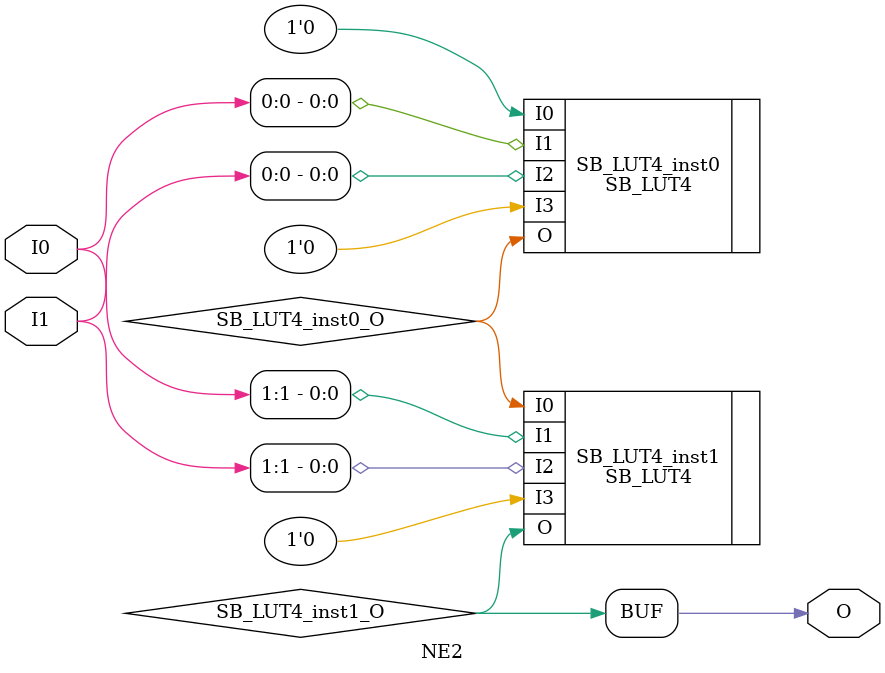
<source format=v>
module NE2 (input [1:0] I0, input [1:0] I1, output  O);
wire  SB_LUT4_inst0_O;
wire  SB_LUT4_inst1_O;
SB_LUT4 #(.LUT_INIT(16'hBEBE)) SB_LUT4_inst0 (.I0(1'b0), .I1(I0[0]), .I2(I1[0]), .I3(1'b0), .O(SB_LUT4_inst0_O));
SB_LUT4 #(.LUT_INIT(16'hBEBE)) SB_LUT4_inst1 (.I0(SB_LUT4_inst0_O), .I1(I0[1]), .I2(I1[1]), .I3(1'b0), .O(SB_LUT4_inst1_O));
assign O = SB_LUT4_inst1_O;
endmodule


</source>
